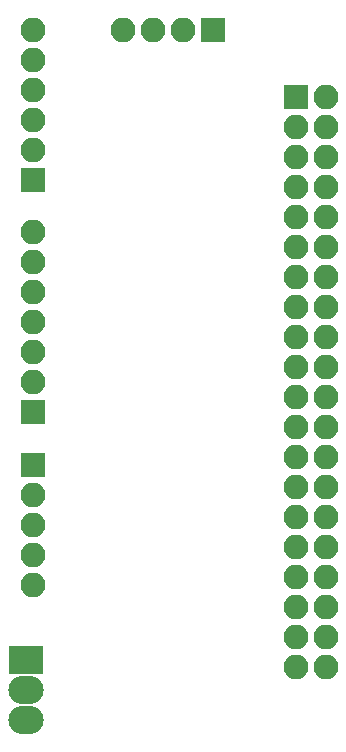
<source format=gbr>
G04 #@! TF.FileFunction,Soldermask,Top*
%FSLAX46Y46*%
G04 Gerber Fmt 4.6, Leading zero omitted, Abs format (unit mm)*
G04 Created by KiCad (PCBNEW 4.0.7) date 08/31/18 14:22:03*
%MOMM*%
%LPD*%
G01*
G04 APERTURE LIST*
%ADD10C,0.100000*%
%ADD11R,2.100000X2.100000*%
%ADD12O,2.100000X2.100000*%
%ADD13R,3.000000X2.400000*%
%ADD14O,3.000000X2.400000*%
G04 APERTURE END LIST*
D10*
D11*
X158750000Y-62230000D03*
D12*
X161290000Y-62230000D03*
X158750000Y-64770000D03*
X161290000Y-64770000D03*
X158750000Y-67310000D03*
X161290000Y-67310000D03*
X158750000Y-69850000D03*
X161290000Y-69850000D03*
X158750000Y-72390000D03*
X161290000Y-72390000D03*
X158750000Y-74930000D03*
X161290000Y-74930000D03*
X158750000Y-77470000D03*
X161290000Y-77470000D03*
X158750000Y-80010000D03*
X161290000Y-80010000D03*
X158750000Y-82550000D03*
X161290000Y-82550000D03*
X158750000Y-85090000D03*
X161290000Y-85090000D03*
X158750000Y-87630000D03*
X161290000Y-87630000D03*
X158750000Y-90170000D03*
X161290000Y-90170000D03*
X158750000Y-92710000D03*
X161290000Y-92710000D03*
X158750000Y-95250000D03*
X161290000Y-95250000D03*
X158750000Y-97790000D03*
X161290000Y-97790000D03*
X158750000Y-100330000D03*
X161290000Y-100330000D03*
X158750000Y-102870000D03*
X161290000Y-102870000D03*
X158750000Y-105410000D03*
X161290000Y-105410000D03*
X158750000Y-107950000D03*
X161290000Y-107950000D03*
X158750000Y-110490000D03*
X161290000Y-110490000D03*
D11*
X136525000Y-69215000D03*
D12*
X136525000Y-66675000D03*
X136525000Y-64135000D03*
X136525000Y-61595000D03*
X136525000Y-59055000D03*
X136525000Y-56515000D03*
D11*
X136525000Y-88900000D03*
D12*
X136525000Y-86360000D03*
X136525000Y-83820000D03*
X136525000Y-81280000D03*
X136525000Y-78740000D03*
X136525000Y-76200000D03*
X136525000Y-73660000D03*
D13*
X135890000Y-109855000D03*
D14*
X135890000Y-112395000D03*
X135890000Y-114935000D03*
D11*
X136525000Y-93345000D03*
D12*
X136525000Y-95885000D03*
X136525000Y-98425000D03*
X136525000Y-100965000D03*
X136525000Y-103505000D03*
D11*
X151765000Y-56515000D03*
D12*
X149225000Y-56515000D03*
X146685000Y-56515000D03*
X144145000Y-56515000D03*
M02*

</source>
